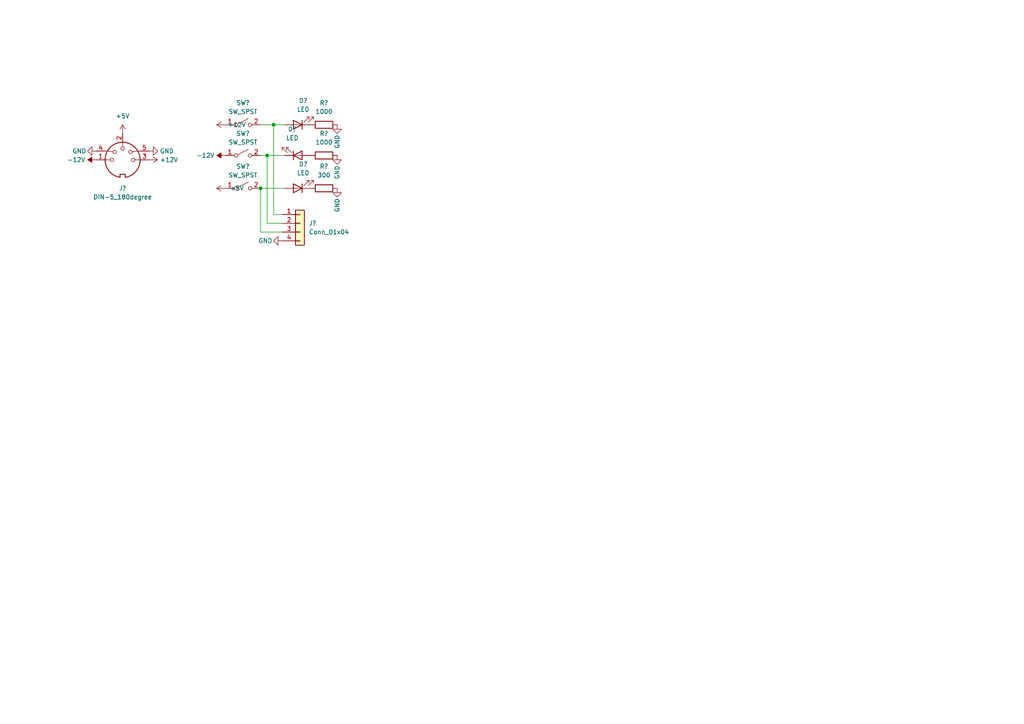
<source format=kicad_sch>
(kicad_sch (version 20211123) (generator eeschema)
  (paper "A4")
  (lib_symbols
    (symbol "Connector:DIN-5_180degree" (pin_names (offset 1.016))
      (property "Reference" "J" (at 3.175 5.715 0))
      (property "Value" "DIN-5_180degree" (at 0 -6.35 0))
      (symbol "DIN-5_180degree_0_1"
        (arc (start -5.08 0) (mid -3.8609 -3.3364) (end -0.762 -5.08) (stroke (width 0.254)))
        (circle (center -3.048 0) (radius 0.508))
        (circle (center -2.286 2.286) (radius 0.508))
        (polyline (pts (xy -5.08 0) (xy -3.556 0)))
        (polyline (pts (xy 0 5.08) (xy 0 3.81)))
        (polyline (pts (xy 5.08 0) (xy 3.556 0)))
        (polyline (pts (xy -5.08 2.54) (xy -4.318 2.54) (xy -2.794 2.286)))
        (polyline (pts (xy 5.08 2.54) (xy 4.318 2.54) (xy 2.794 2.286)))
        (polyline (pts (xy -0.762 -4.953) (xy -0.762 -4.191) (xy 0.762 -4.191) (xy 0.762 -4.953)) (stroke (width 0.254)))
        (circle (center 0 3.302) (radius 0.508))
        (arc (start 0.762 -5.08) (mid 3.8685 -3.343) (end 5.08 0) (stroke (width 0.254)))
        (circle (center 2.286 2.286) (radius 0.508))
        (circle (center 3.048 0) (radius 0.508))
        (arc (start 5.08 0) (mid 0 5.08) (end -5.08 0) (stroke (width 0.254)))
      )
      (symbol "DIN-5_180degree_1_1"
        (pin passive line (at -7.62 0 0) (length 2.54) (name "~") (number "1"))
        (pin passive line (at 0 7.62 270) (length 2.54) (name "~") (number "2"))
        (pin passive line (at 7.62 0 180) (length 2.54) (name "~") (number "3"))
        (pin passive line (at -7.62 2.54 0) (length 2.54) (name "~") (number "4"))
        (pin passive line (at 7.62 2.54 180) (length 2.54) (name "~") (number "5"))
      )
    )
    (symbol "Connector_Generic:Conn_01x04" (pin_names (offset 1.016) hide)
      (property "Reference" "J" (at 0 5.08 0))
      (property "Value" "Conn_01x04" (at 0 -7.62 0))
      (symbol "Conn_01x04_1_1"
        (rectangle (start -1.27 -4.953) (end 0 -5.207) (stroke (width 0.1524)))
        (rectangle (start -1.27 -2.413) (end 0 -2.667) (stroke (width 0.1524)))
        (rectangle (start -1.27 0.127) (end 0 -0.127) (stroke (width 0.1524)))
        (rectangle (start -1.27 2.667) (end 0 2.413) (stroke (width 0.1524)))
        (rectangle (start -1.27 3.81) (end 1.27 -6.35) (stroke (width 0.254)) (fill (type background)))
        (pin passive line (at -5.08 2.54 0) (length 3.81) (name "Pin_1") (number "1"))
        (pin passive line (at -5.08 0 0) (length 3.81) (name "Pin_2") (number "2"))
        (pin passive line (at -5.08 -2.54 0) (length 3.81) (name "Pin_3") (number "3"))
        (pin passive line (at -5.08 -5.08 0) (length 3.81) (name "Pin_4") (number "4"))
      )
    )
    (symbol "Device:LED" (pin_numbers hide) (pin_names (offset 1.016) hide)
      (property "Reference" "D" (at 0 2.54 0))
      (property "Value" "LED" (at 0 -2.54 0))
      (symbol "LED_0_1"
        (polyline (pts (xy -1.27 -1.27) (xy -1.27 1.27)) (stroke (width 0.254)))
        (polyline (pts (xy -1.27 0) (xy 1.27 0)))
        (polyline (pts (xy 1.27 -1.27) (xy 1.27 1.27) (xy -1.27 0) (xy 1.27 -1.27)) (stroke (width 0.254)))
        (polyline (pts (xy -3.048 -0.762) (xy -4.572 -2.286) (xy -3.81 -2.286) (xy -4.572 -2.286) (xy -4.572 -1.524)))
        (polyline (pts (xy -1.778 -0.762) (xy -3.302 -2.286) (xy -2.54 -2.286) (xy -3.302 -2.286) (xy -3.302 -1.524)))
      )
      (symbol "LED_1_1"
        (pin passive line (at -3.81 0 0) (length 2.54) (name "K") (number "1"))
        (pin passive line (at 3.81 0 180) (length 2.54) (name "A") (number "2"))
      )
    )
    (symbol "Device:R" (pin_numbers hide) (pin_names (offset 0))
      (property "Reference" "R" (at 2.032 0 90))
      (property "Value" "R" (at 0 0 90))
      (symbol "R_0_1"
        (rectangle (start -1.016 -2.54) (end 1.016 2.54) (stroke (width 0.254)))
      )
      (symbol "R_1_1"
        (pin passive line (at 0 3.81 270) (length 1.27) (name "~") (number "1"))
        (pin passive line (at 0 -3.81 90) (length 1.27) (name "~") (number "2"))
      )
    )
    (symbol "Switch:SW_SPST" (pin_names (offset 0) hide)
      (property "Reference" "SW" (at 0 3.175 0))
      (property "Value" "SW_SPST" (at 0 -2.54 0))
      (symbol "SW_SPST_0_0"
        (circle (center -2.032 0) (radius 0.508))
        (polyline (pts (xy -1.524 0.254) (xy 1.524 1.778)))
        (circle (center 2.032 0) (radius 0.508))
      )
      (symbol "SW_SPST_1_1"
        (pin passive line (at -5.08 0 0) (length 2.54) (name "A") (number "1"))
        (pin passive line (at 5.08 0 180) (length 2.54) (name "B") (number "2"))
      )
    )
    (symbol "power:+12V" (power) (pin_names (offset 0))
      (property "Value" "+12V" (at 0 3.556 0))
      (symbol "+12V_0_1"
        (polyline (pts (xy -0.762 1.27) (xy 0 2.54)))
        (polyline (pts (xy 0 0) (xy 0 2.54)))
        (polyline (pts (xy 0 2.54) (xy 0.762 1.27)))
      )
      (symbol "+12V_1_1"
        (pin power_in line (at 0 0 90) (length 0) hide (name "+12V") (number "1"))
      )
    )
    (symbol "power:+5V" (power) (pin_names (offset 0))
      (property "Value" "+5V" (at 0 3.556 0))
      (symbol "+5V_0_1"
        (polyline (pts (xy -0.762 1.27) (xy 0 2.54)))
        (polyline (pts (xy 0 0) (xy 0 2.54)))
        (polyline (pts (xy 0 2.54) (xy 0.762 1.27)))
      )
      (symbol "+5V_1_1"
        (pin power_in line (at 0 0 90) (length 0) hide (name "+5V") (number "1"))
      )
    )
    (symbol "power:-12V" (power) (pin_names (offset 0))
      (property "Value" "-12V" (at 0 3.81 0))
      (symbol "-12V_0_0"
        (pin power_in line (at 0 0 90) (length 0) hide (name "-12V") (number "1"))
      )
      (symbol "-12V_0_1"
        (polyline (pts (xy 0 0) (xy 0 1.27) (xy 0.762 1.27) (xy 0 2.54) (xy -0.762 1.27) (xy 0 1.27)) (fill (type outline)))
      )
    )
    (symbol "power:GND" (power) (pin_names (offset 0))
      (property "Value" "GND" (at 0 -3.81 0))
      (symbol "GND_0_1"
        (polyline (pts (xy 0 0) (xy 0 -1.27) (xy 1.27 -1.27) (xy 0 -2.54) (xy -1.27 -1.27) (xy 0 -1.27)))
      )
      (symbol "GND_1_1"
        (pin power_in line (at 0 0 270) (length 0) hide (name "GND") (number "1"))
      )
    )
  )
  (junction (at 77.47 45.085))
  (junction (at 75.565 54.61))
  (junction (at 79.375 36.195))
  (wire (pts (xy 75.565 67.31) (xy 81.915 67.31)))
  (wire (pts (xy 77.47 64.77) (xy 81.915 64.77)))
  (wire (pts (xy 75.565 54.61) (xy 75.565 67.31)))
  (wire (pts (xy 75.565 36.195) (xy 79.375 36.195)))
  (wire (pts (xy 79.375 36.195) (xy 82.55 36.195)))
  (wire (pts (xy 79.375 36.195) (xy 79.375 62.23)))
  (wire (pts (xy 77.47 45.085) (xy 77.47 64.77)))
  (wire (pts (xy 75.565 54.61) (xy 82.55 54.61)))
  (wire (pts (xy 79.375 62.23) (xy 81.915 62.23)))
  (wire (pts (xy 75.565 45.085) (xy 77.47 45.085)))
  (wire (pts (xy 77.47 45.085) (xy 82.55 45.085)))
  (symbol (lib_id "power:+12V") (at 65.405 36.195 90) (unit 1)
    (property "Reference" "#PWR?" (effects hide))
    (property "Value" "+12V" (at 66.04 36.1949 90) (effects (justify right)))
  )
  (symbol (lib_id "Connector_Generic:Conn_01x04") (at 86.995 64.77 0) (unit 1)
    (property "Reference" "J?" (at 89.535 64.7699 0) (effects (justify left)))
    (property "Value" "Conn_01x04" (at 89.535 67.3099 0) (effects (justify left)))
  )
  (symbol (lib_id "Switch:SW_SPST") (at 70.485 45.085 0) (unit 1)
    (property "Reference" "SW?" (at 70.485 38.735 0))
    (property "Value" "SW_SPST" (at 70.485 41.275 0))
  )
  (symbol (lib_id "Device:R") (at 93.98 36.195 90) (unit 1)
    (property "Reference" "R?" (at 93.98 29.845 90))
    (property "Value" "1000" (at 93.98 32.385 90))
  )
  (symbol (lib_id "power:GND") (at 43.18 43.815 90) (unit 1)
    (property "Reference" "#PWR?" (effects hide))
    (property "Value" "GND" (at 46.355 43.8149 90) (effects (justify right)))
  )
  (symbol (lib_id "power:GND") (at 81.915 69.85 270) (mirror x) (unit 1)
    (property "Reference" "#PWR?" (effects hide))
    (property "Value" "GND" (at 74.93 69.85 90) (effects (justify left)))
  )
  (symbol (lib_id "power:+5V") (at 65.405 54.61 90) (unit 1)
    (property "Reference" "#PWR?" (effects hide))
    (property "Value" "+5V" (at 66.675 54.6099 90) (effects (justify right)))
  )
  (symbol (lib_id "Device:LED") (at 86.36 36.195 180) (unit 1)
    (property "Reference" "D?" (at 87.9475 29.21 0))
    (property "Value" "LED" (at 87.9475 31.75 0))
  )
  (symbol (lib_id "Switch:SW_SPST") (at 70.485 36.195 0) (unit 1)
    (property "Reference" "SW?" (at 70.485 29.845 0))
    (property "Value" "SW_SPST" (at 70.485 32.385 0))
  )
  (symbol (lib_id "Device:R") (at 93.98 54.61 90) (unit 1)
    (property "Reference" "R?" (at 93.98 48.26 90))
    (property "Value" "300" (at 93.98 50.8 90))
  )
  (symbol (lib_id "Connector:DIN-5_180degree") (at 35.56 46.355 0) (unit 1)
    (property "Reference" "J?" (at 35.5601 54.61 0))
    (property "Value" "DIN-5_180degree" (at 35.5601 57.15 0))
    (property "Datasheet" "http://www.mouser.com/ds/2/18/40_c091_abd_e-75918.pdf" (effects hide))
  )
  (symbol (lib_id "Device:LED") (at 86.36 54.61 180) (unit 1)
    (property "Reference" "D?" (at 87.9475 47.625 0))
    (property "Value" "LED" (at 87.9475 50.165 0))
  )
  (symbol (lib_id "power:GND") (at 97.79 45.085 0) (mirror y) (unit 1)
    (property "Reference" "#PWR?" (effects hide))
    (property "Value" "GND" (at 97.79 52.07 90) (effects (justify left)))
  )
  (symbol (lib_id "power:GND") (at 97.79 36.195 0) (mirror y) (unit 1)
    (property "Reference" "#PWR?" (effects hide))
    (property "Value" "GND" (at 97.79 43.18 90) (effects (justify left)))
  )
  (symbol (lib_id "power:GND") (at 97.79 54.61 0) (mirror y) (unit 1)
    (property "Reference" "#PWR?" (effects hide))
    (property "Value" "GND" (at 97.79 61.595 90) (effects (justify left)))
  )
  (symbol (lib_id "Switch:SW_SPST") (at 70.485 54.61 0) (unit 1)
    (property "Reference" "SW?" (at 70.485 48.26 0))
    (property "Value" "SW_SPST" (at 70.485 50.8 0))
  )
  (symbol (lib_id "power:+12V") (at 43.18 46.355 270) (unit 1)
    (property "Reference" "#PWR?" (effects hide))
    (property "Value" "+12V" (at 46.355 46.3549 90) (effects (justify left)))
  )
  (symbol (lib_id "Device:LED") (at 86.36 45.085 0) (mirror x) (unit 1)
    (property "Reference" "D?" (at 84.7725 37.465 0))
    (property "Value" "LED" (at 84.7725 40.005 0))
  )
  (symbol (lib_id "power:GND") (at 27.94 43.815 270) (mirror x) (unit 1)
    (property "Reference" "#PWR?" (effects hide))
    (property "Value" "GND" (at 20.955 43.815 90) (effects (justify left)))
  )
  (symbol (lib_id "power:-12V") (at 65.405 45.085 90) (unit 1)
    (property "Reference" "#PWR?" (effects hide))
    (property "Value" "-12V" (at 62.23 45.0849 90) (effects (justify left)))
  )
  (symbol (lib_id "Device:R") (at 93.98 45.085 90) (unit 1)
    (property "Reference" "R?" (at 93.98 38.735 90))
    (property "Value" "1000" (at 93.98 41.275 90))
  )
  (symbol (lib_id "power:-12V") (at 27.94 46.355 90) (unit 1)
    (property "Reference" "#PWR?" (effects hide))
    (property "Value" "-12V" (at 24.765 46.3549 90) (effects (justify left)))
  )
  (symbol (lib_id "power:+5V") (at 35.56 38.735 0) (unit 1)
    (property "Reference" "#PWR?" (effects hide))
    (property "Value" "+5V" (at 35.56 33.655 0))
  )
)
</source>
